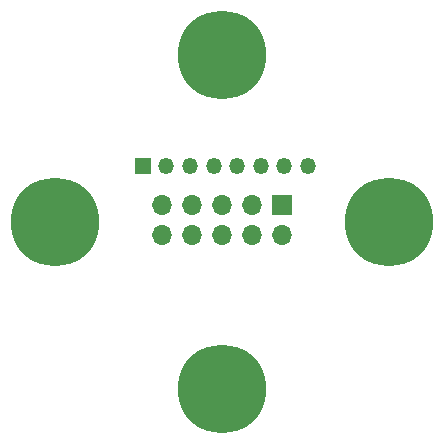
<source format=gbr>
%TF.GenerationSoftware,KiCad,Pcbnew,9.0.0*%
%TF.CreationDate,2025-06-23T16:23:01+09:00*%
%TF.ProjectId,pcb_connector_lan(outer),7063625f-636f-46e6-9e65-63746f725f6c,00*%
%TF.SameCoordinates,Original*%
%TF.FileFunction,Soldermask,Top*%
%TF.FilePolarity,Negative*%
%FSLAX46Y46*%
G04 Gerber Fmt 4.6, Leading zero omitted, Abs format (unit mm)*
G04 Created by KiCad (PCBNEW 9.0.0) date 2025-06-23 16:23:01*
%MOMM*%
%LPD*%
G01*
G04 APERTURE LIST*
%ADD10C,7.500000*%
%ADD11R,1.350000X1.350000*%
%ADD12O,1.350000X1.350000*%
%ADD13R,1.700000X1.700000*%
%ADD14O,1.700000X1.700000*%
G04 APERTURE END LIST*
D10*
%TO.C,H3*%
X57715720Y-80284280D03*
%TD*%
%TO.C,H1*%
X57715720Y-52000000D03*
%TD*%
%TO.C,H2*%
X43573580Y-66142140D03*
%TD*%
%TO.C,H4*%
X71857860Y-66142140D03*
%TD*%
D11*
%TO.C,J1*%
X51005720Y-61412799D03*
D12*
X53005720Y-61412799D03*
X55005720Y-61412799D03*
X57005720Y-61412799D03*
X59005720Y-61412799D03*
X61005720Y-61412799D03*
X63005720Y-61412799D03*
X65005720Y-61412799D03*
%TD*%
D13*
%TO.C,J2*%
X62795720Y-64662799D03*
D14*
X62795720Y-67202799D03*
X60255720Y-64662799D03*
X60255720Y-67202799D03*
X57715720Y-64662799D03*
X57715720Y-67202799D03*
X55175720Y-64662799D03*
X55175720Y-67202799D03*
X52635720Y-64662799D03*
X52635720Y-67202799D03*
%TD*%
M02*

</source>
